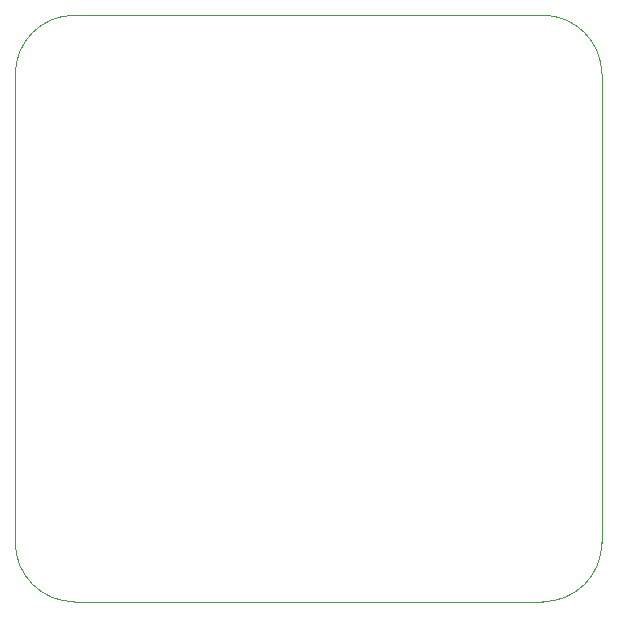
<source format=gm1>
%TF.GenerationSoftware,KiCad,Pcbnew,(7.0.0)*%
%TF.CreationDate,2023-09-29T14:09:18-04:00*%
%TF.ProjectId,_HW_ToslinkToDMX,5f48575f-546f-4736-9c69-6e6b546f444d,rev?*%
%TF.SameCoordinates,Original*%
%TF.FileFunction,Profile,NP*%
%FSLAX46Y46*%
G04 Gerber Fmt 4.6, Leading zero omitted, Abs format (unit mm)*
G04 Created by KiCad (PCBNEW (7.0.0)) date 2023-09-29 14:09:18*
%MOMM*%
%LPD*%
G01*
G04 APERTURE LIST*
%TA.AperFunction,Profile*%
%ADD10C,0.100000*%
%TD*%
G04 APERTURE END LIST*
D10*
X145253200Y-160657000D02*
X105596200Y-160657000D01*
X100596200Y-155657000D02*
G75*
G03*
X105596200Y-160657000I5000000J0D01*
G01*
X100596200Y-155657000D02*
X100596200Y-116000000D01*
X145253200Y-160657000D02*
G75*
G03*
X150253200Y-155657000I0J5000000D01*
G01*
X105596200Y-111000000D02*
G75*
G03*
X100596200Y-116000000I0J-5000000D01*
G01*
X150253200Y-116000000D02*
X150253200Y-155657000D01*
X145253200Y-111000000D02*
X105596200Y-111000000D01*
X150253200Y-116000000D02*
G75*
G03*
X145253200Y-111000000I-5000000J0D01*
G01*
M02*

</source>
